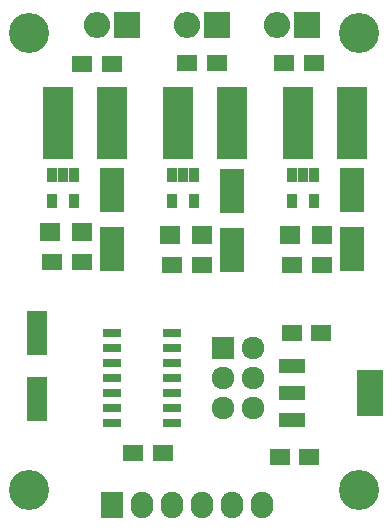
<source format=gts>
G04 #@! TF.FileFunction,Soldermask,Top*
%FSLAX46Y46*%
G04 Gerber Fmt 4.6, Leading zero omitted, Abs format (unit mm)*
G04 Created by KiCad (PCBNEW 4.0.4-1.fc25-product) date Wed Mar 29 11:33:43 2017*
%MOMM*%
%LPD*%
G01*
G04 APERTURE LIST*
%ADD10C,0.100000*%
%ADD11C,3.400000*%
%ADD12R,1.700000X1.450000*%
%ADD13R,1.800000X3.700000*%
%ADD14R,1.600000X0.780000*%
%ADD15R,2.500000X6.200000*%
%ADD16R,1.927200X1.927200*%
%ADD17O,1.927200X1.927200*%
%ADD18R,1.927200X2.232000*%
%ADD19O,1.927200X2.232000*%
%ADD20R,2.232000X2.232000*%
%ADD21O,2.232000X2.232000*%
%ADD22R,1.700000X1.500000*%
%ADD23R,0.850000X1.260000*%
%ADD24R,2.000860X3.700120*%
%ADD25R,2.232000X3.857600*%
%ADD26R,2.232000X1.216000*%
G04 APERTURE END LIST*
D10*
D11*
X187325000Y-119380000D03*
X159385000Y-119380000D03*
X187325000Y-80645000D03*
D12*
X170688000Y-116205000D03*
X168188000Y-116205000D03*
D13*
X160020000Y-111633000D03*
X160020000Y-106045000D03*
D12*
X184110000Y-106045000D03*
X181610000Y-106045000D03*
X183094000Y-116586000D03*
X180594000Y-116586000D03*
X163870000Y-83312000D03*
X166370000Y-83312000D03*
X163830000Y-100076000D03*
X161330000Y-100076000D03*
D14*
X171450000Y-113665000D03*
X171450000Y-112395000D03*
X171450000Y-111125000D03*
X171450000Y-109855000D03*
X171450000Y-108585000D03*
X171450000Y-107315000D03*
X171450000Y-106045000D03*
X166370000Y-106045000D03*
X166370000Y-107315000D03*
X166370000Y-108585000D03*
X166370000Y-109855000D03*
X166370000Y-111125000D03*
X166370000Y-112395000D03*
X166370000Y-113665000D03*
D15*
X161798000Y-88265000D03*
X166370000Y-88265000D03*
D16*
X175768000Y-107315000D03*
D17*
X178308000Y-107315000D03*
X175768000Y-109855000D03*
X178308000Y-109855000D03*
X175768000Y-112395000D03*
X178308000Y-112395000D03*
D18*
X166370000Y-120650000D03*
D19*
X168910000Y-120650000D03*
X171450000Y-120650000D03*
X173990000Y-120650000D03*
X176530000Y-120650000D03*
X179070000Y-120650000D03*
D20*
X167640000Y-80010000D03*
D21*
X165100000Y-80010000D03*
D22*
X163830000Y-97536000D03*
X161130000Y-97536000D03*
D23*
X163190000Y-92710000D03*
X162240000Y-92710000D03*
X161290000Y-92710000D03*
X161290000Y-94910000D03*
X163190000Y-94910000D03*
D24*
X166370000Y-98978720D03*
X166370000Y-93980000D03*
D12*
X172760000Y-83185000D03*
X175260000Y-83185000D03*
X173990000Y-100330000D03*
X171490000Y-100330000D03*
X180975000Y-83185000D03*
X183475000Y-83185000D03*
X184130000Y-100330000D03*
X181630000Y-100330000D03*
D24*
X176530000Y-99060000D03*
X176530000Y-94061280D03*
X186690000Y-98978720D03*
X186690000Y-93980000D03*
D15*
X171958000Y-88265000D03*
X176530000Y-88265000D03*
X182118000Y-88265000D03*
X186690000Y-88265000D03*
D20*
X175260000Y-80010000D03*
D21*
X172720000Y-80010000D03*
D20*
X182880000Y-80010000D03*
D21*
X180340000Y-80010000D03*
D22*
X173990000Y-97790000D03*
X171290000Y-97790000D03*
X184150000Y-97790000D03*
X181450000Y-97790000D03*
D23*
X173350000Y-92710000D03*
X172400000Y-92710000D03*
X171450000Y-92710000D03*
X171450000Y-94910000D03*
X173350000Y-94910000D03*
X183510000Y-92710000D03*
X182560000Y-92710000D03*
X181610000Y-92710000D03*
X181610000Y-94910000D03*
X183510000Y-94910000D03*
D25*
X188214000Y-111125000D03*
D26*
X181610000Y-111125000D03*
X181610000Y-113411000D03*
X181610000Y-108839000D03*
D11*
X159385000Y-80645000D03*
M02*

</source>
